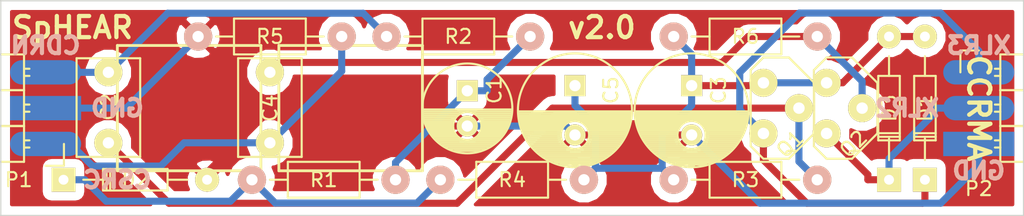
<source format=kicad_pcb>
(kicad_pcb (version 4) (host pcbnew 4.0.4-1.fc24-product)

  (general
    (links 30)
    (no_connects 0)
    (area 157.199999 100.730732 245.390001 116.926978)
    (thickness 1.6)
    (drawings 21)
    (tracks 84)
    (zones 0)
    (modules 18)
    (nets 11)
  )

  (page USLetter)
  (layers
    (0 F.Cu signal hide)
    (31 B.Cu signal)
    (33 F.Adhes user hide)
    (36 B.SilkS user hide)
    (37 F.SilkS user)
    (38 B.Mask user hide)
    (39 F.Mask user hide)
    (40 Dwgs.User user hide)
    (41 Cmts.User user hide)
    (42 Eco1.User user hide)
    (43 Eco2.User user hide)
    (44 Edge.Cuts user)
    (45 Margin user hide)
    (47 F.CrtYd user hide)
    (49 F.Fab user)
  )

  (setup
    (last_trace_width 0.5)
    (user_trace_width 0.5)
    (user_trace_width 0.5)
    (user_trace_width 0.75)
    (trace_clearance 0.4)
    (zone_clearance 0.608)
    (zone_45_only no)
    (trace_min 0.5)
    (segment_width 0.2)
    (edge_width 0.1)
    (via_size 0.6)
    (via_drill 0.4)
    (via_min_size 0.4)
    (via_min_drill 0.3)
    (uvia_size 0.3)
    (uvia_drill 0.1)
    (uvias_allowed no)
    (uvia_min_size 0.2)
    (uvia_min_drill 0.1)
    (pcb_text_width 0.3)
    (pcb_text_size 1.5 1.5)
    (mod_edge_width 0.15)
    (mod_text_size 1 1)
    (mod_text_width 0.15)
    (pad_size 5.032 1.7272)
    (pad_drill 0)
    (pad_to_mask_clearance 0)
    (aux_axis_origin 0 0)
    (grid_origin 207.01 80.01)
    (visible_elements FFFFFF7F)
    (pcbplotparams
      (layerselection 0x01020_80000001)
      (usegerberextensions false)
      (excludeedgelayer true)
      (linewidth 0.100000)
      (plotframeref false)
      (viasonmask false)
      (mode 1)
      (useauxorigin false)
      (hpglpennumber 1)
      (hpglpenspeed 20)
      (hpglpendiameter 15)
      (hpglpenoverlay 2)
      (psnegative false)
      (psa4output false)
      (plotreference true)
      (plotvalue true)
      (plotinvisibletext false)
      (padsonsilk false)
      (subtractmaskfromsilk false)
      (outputformat 1)
      (mirror false)
      (drillshape 0)
      (scaleselection 1)
      (outputdirectory ""))
  )

  (net 0 "")
  (net 1 "Net-(C1-Pad1)")
  (net 2 "Net-(C2-Pad1)")
  (net 3 CDRN)
  (net 4 "Net-(C3-Pad1)")
  (net 5 "Net-(C4-Pad1)")
  (net 6 CSRC)
  (net 7 XLR3)
  (net 8 XLR2)
  (net 9 CGND)
  (net 10 "Net-(D2-Pad1)")

  (net_class Default "This is the default net class."
    (clearance 0.4)
    (trace_width 0.5)
    (via_dia 0.6)
    (via_drill 0.4)
    (uvia_dia 0.3)
    (uvia_drill 0.1)
    (add_net CDRN)
    (add_net CGND)
    (add_net CSRC)
    (add_net "Net-(C1-Pad1)")
    (add_net "Net-(C2-Pad1)")
    (add_net "Net-(C3-Pad1)")
    (add_net "Net-(C4-Pad1)")
    (add_net "Net-(D2-Pad1)")
    (add_net XLR2)
    (add_net XLR3)
  )

  (net_class Medium ""
    (clearance 0.4)
    (trace_width 0.5)
    (via_dia 0.6)
    (via_drill 0.4)
    (uvia_dia 0.3)
    (uvia_drill 0.1)
  )

  (module Pin_Headers:Pin_Header_Angled_1x03 (layer F.Cu) (tedit 5AC52803) (tstamp 57168F16)
    (at 168.275 111.125 180)
    (descr "Through hole pin header")
    (tags "pin header")
    (path /57168EF3)
    (fp_text reference P1 (at 1.905 -2.54 180) (layer F.SilkS)
      (effects (font (size 1 1) (thickness 0.15)))
    )
    (fp_text value CONN_01X03 (at 3.175 -3.175 180) (layer F.Fab) hide
      (effects (font (size 1 1) (thickness 0.15)))
    )
    (fp_line (start -1.5 -1.75) (end -1.5 6.85) (layer F.CrtYd) (width 0.05))
    (fp_line (start 10.65 -1.75) (end 10.65 6.85) (layer F.CrtYd) (width 0.05))
    (fp_line (start -1.5 -1.75) (end 10.65 -1.75) (layer F.CrtYd) (width 0.05))
    (fp_line (start -1.5 6.85) (end 10.65 6.85) (layer F.CrtYd) (width 0.05))
    (fp_line (start -1.3 -1.55) (end -1.3 0) (layer F.SilkS) (width 0.15))
    (fp_line (start 0 -1.55) (end -1.3 -1.55) (layer F.SilkS) (width 0.15))
    (fp_line (start 4.191 -0.127) (end 10.033 -0.127) (layer F.SilkS) (width 0.15))
    (fp_line (start 10.033 -0.127) (end 10.033 0.127) (layer F.SilkS) (width 0.15))
    (fp_line (start 10.033 0.127) (end 4.191 0.127) (layer F.SilkS) (width 0.15))
    (fp_line (start 4.191 0.127) (end 4.191 0) (layer F.SilkS) (width 0.15))
    (fp_line (start 4.191 0) (end 10.033 0) (layer F.SilkS) (width 0.15))
    (fp_line (start 1.524 -0.254) (end 1.143 -0.254) (layer F.SilkS) (width 0.15))
    (fp_line (start 1.524 0.254) (end 1.143 0.254) (layer F.SilkS) (width 0.15))
    (fp_line (start 1.524 2.286) (end 1.143 2.286) (layer F.SilkS) (width 0.15))
    (fp_line (start 1.524 2.794) (end 1.143 2.794) (layer F.SilkS) (width 0.15))
    (fp_line (start 1.524 4.826) (end 1.143 4.826) (layer F.SilkS) (width 0.15))
    (fp_line (start 1.524 5.334) (end 1.143 5.334) (layer F.SilkS) (width 0.15))
    (fp_line (start 4.064 1.27) (end 4.064 -1.27) (layer F.SilkS) (width 0.15))
    (fp_line (start 10.16 0.254) (end 4.064 0.254) (layer F.SilkS) (width 0.15))
    (fp_line (start 10.16 -0.254) (end 10.16 0.254) (layer F.SilkS) (width 0.15))
    (fp_line (start 4.064 -0.254) (end 10.16 -0.254) (layer F.SilkS) (width 0.15))
    (fp_line (start 1.524 1.27) (end 4.064 1.27) (layer F.SilkS) (width 0.15))
    (fp_line (start 1.524 -1.27) (end 1.524 1.27) (layer F.SilkS) (width 0.15))
    (fp_line (start 1.524 -1.27) (end 4.064 -1.27) (layer F.SilkS) (width 0.15))
    (fp_line (start 1.524 3.81) (end 4.064 3.81) (layer F.SilkS) (width 0.15))
    (fp_line (start 1.524 3.81) (end 1.524 6.35) (layer F.SilkS) (width 0.15))
    (fp_line (start 4.064 4.826) (end 10.16 4.826) (layer F.SilkS) (width 0.15))
    (fp_line (start 10.16 4.826) (end 10.16 5.334) (layer F.SilkS) (width 0.15))
    (fp_line (start 10.16 5.334) (end 4.064 5.334) (layer F.SilkS) (width 0.15))
    (fp_line (start 4.064 6.35) (end 4.064 3.81) (layer F.SilkS) (width 0.15))
    (fp_line (start 4.064 3.81) (end 4.064 1.27) (layer F.SilkS) (width 0.15))
    (fp_line (start 10.16 2.794) (end 4.064 2.794) (layer F.SilkS) (width 0.15))
    (fp_line (start 10.16 2.286) (end 10.16 2.794) (layer F.SilkS) (width 0.15))
    (fp_line (start 4.064 2.286) (end 10.16 2.286) (layer F.SilkS) (width 0.15))
    (fp_line (start 1.524 3.81) (end 4.064 3.81) (layer F.SilkS) (width 0.15))
    (fp_line (start 1.524 1.27) (end 1.524 3.81) (layer F.SilkS) (width 0.15))
    (fp_line (start 1.524 1.27) (end 4.064 1.27) (layer F.SilkS) (width 0.15))
    (fp_line (start 1.524 6.35) (end 4.064 6.35) (layer F.SilkS) (width 0.15))
    (pad 1 connect oval (at 0 0 180) (size 5.032 1.7272) (layers B.Cu B.Mask)
      (net 6 CSRC))
    (pad 2 connect rect (at 0 2.54 180) (size 5.032 1.7272) (layers B.Cu B.Mask)
      (net 9 CGND))
    (pad 3 connect oval (at 0 5.08 180) (size 5.032 1.7272) (layers B.Cu B.Mask)
      (net 3 CDRN))
    (model Pin_Headers.3dshapes/Pin_Header_Angled_1x03.wrl
      (at (xyz 0 -0.1 0))
      (scale (xyz 1 1 1))
      (rotate (xyz 0 0 90))
    )
  )

  (module Pin_Headers:Pin_Header_Angled_1x03 (layer F.Cu) (tedit 5AC527D9) (tstamp 57168F1D)
    (at 234.315 106.045)
    (descr "Through hole pin header")
    (tags "pin header")
    (path /57168A6B)
    (fp_text reference P2 (at 0 8.255) (layer F.SilkS)
      (effects (font (size 1 1) (thickness 0.15)))
    )
    (fp_text value CONN_01X03 (at 5.08 7.62) (layer F.Fab) hide
      (effects (font (size 1 1) (thickness 0.15)))
    )
    (fp_line (start -1.5 -1.75) (end -1.5 6.85) (layer F.CrtYd) (width 0.05))
    (fp_line (start 10.65 -1.75) (end 10.65 6.85) (layer F.CrtYd) (width 0.05))
    (fp_line (start -1.5 -1.75) (end 10.65 -1.75) (layer F.CrtYd) (width 0.05))
    (fp_line (start -1.5 6.85) (end 10.65 6.85) (layer F.CrtYd) (width 0.05))
    (fp_line (start -1.3 -1.55) (end -1.3 0) (layer F.SilkS) (width 0.15))
    (fp_line (start 0 -1.55) (end -1.3 -1.55) (layer F.SilkS) (width 0.15))
    (fp_line (start 4.191 -0.127) (end 10.033 -0.127) (layer F.SilkS) (width 0.15))
    (fp_line (start 10.033 -0.127) (end 10.033 0.127) (layer F.SilkS) (width 0.15))
    (fp_line (start 10.033 0.127) (end 4.191 0.127) (layer F.SilkS) (width 0.15))
    (fp_line (start 4.191 0.127) (end 4.191 0) (layer F.SilkS) (width 0.15))
    (fp_line (start 4.191 0) (end 10.033 0) (layer F.SilkS) (width 0.15))
    (fp_line (start 1.524 -0.254) (end 1.143 -0.254) (layer F.SilkS) (width 0.15))
    (fp_line (start 1.524 0.254) (end 1.143 0.254) (layer F.SilkS) (width 0.15))
    (fp_line (start 1.524 2.286) (end 1.143 2.286) (layer F.SilkS) (width 0.15))
    (fp_line (start 1.524 2.794) (end 1.143 2.794) (layer F.SilkS) (width 0.15))
    (fp_line (start 1.524 4.826) (end 1.143 4.826) (layer F.SilkS) (width 0.15))
    (fp_line (start 1.524 5.334) (end 1.143 5.334) (layer F.SilkS) (width 0.15))
    (fp_line (start 4.064 1.27) (end 4.064 -1.27) (layer F.SilkS) (width 0.15))
    (fp_line (start 10.16 0.254) (end 4.064 0.254) (layer F.SilkS) (width 0.15))
    (fp_line (start 10.16 -0.254) (end 10.16 0.254) (layer F.SilkS) (width 0.15))
    (fp_line (start 4.064 -0.254) (end 10.16 -0.254) (layer F.SilkS) (width 0.15))
    (fp_line (start 1.524 1.27) (end 4.064 1.27) (layer F.SilkS) (width 0.15))
    (fp_line (start 1.524 -1.27) (end 1.524 1.27) (layer F.SilkS) (width 0.15))
    (fp_line (start 1.524 -1.27) (end 4.064 -1.27) (layer F.SilkS) (width 0.15))
    (fp_line (start 1.524 3.81) (end 4.064 3.81) (layer F.SilkS) (width 0.15))
    (fp_line (start 1.524 3.81) (end 1.524 6.35) (layer F.SilkS) (width 0.15))
    (fp_line (start 4.064 4.826) (end 10.16 4.826) (layer F.SilkS) (width 0.15))
    (fp_line (start 10.16 4.826) (end 10.16 5.334) (layer F.SilkS) (width 0.15))
    (fp_line (start 10.16 5.334) (end 4.064 5.334) (layer F.SilkS) (width 0.15))
    (fp_line (start 4.064 6.35) (end 4.064 3.81) (layer F.SilkS) (width 0.15))
    (fp_line (start 4.064 3.81) (end 4.064 1.27) (layer F.SilkS) (width 0.15))
    (fp_line (start 10.16 2.794) (end 4.064 2.794) (layer F.SilkS) (width 0.15))
    (fp_line (start 10.16 2.286) (end 10.16 2.794) (layer F.SilkS) (width 0.15))
    (fp_line (start 4.064 2.286) (end 10.16 2.286) (layer F.SilkS) (width 0.15))
    (fp_line (start 1.524 3.81) (end 4.064 3.81) (layer F.SilkS) (width 0.15))
    (fp_line (start 1.524 1.27) (end 1.524 3.81) (layer F.SilkS) (width 0.15))
    (fp_line (start 1.524 1.27) (end 4.064 1.27) (layer F.SilkS) (width 0.15))
    (fp_line (start 1.524 6.35) (end 4.064 6.35) (layer F.SilkS) (width 0.15))
    (pad 1 connect oval (at 0 0) (size 5.032 1.7272) (layers B.Cu B.Mask)
      (net 7 XLR3))
    (pad 2 connect oval (at 0 2.54) (size 5.032 1.7272) (layers B.Cu B.Mask)
      (net 8 XLR2))
    (pad 3 connect rect (at 0 5.08) (size 5.032 1.7272) (layers B.Cu B.Mask)
      (net 9 CGND))
    (model Pin_Headers.3dshapes/Pin_Header_Angled_1x03.wrl
      (at (xyz 0 -0.1 0))
      (scale (xyz 1 1 1))
      (rotate (xyz 0 0 90))
    )
  )

  (module Discret:TO92 (layer F.Cu) (tedit 5AC52315) (tstamp 57167CF5)
    (at 223.546 108.585 225)
    (descr "Transistor TO92 brochage type BC237")
    (tags "TR TO92")
    (path /57166F96)
    (fp_text reference Q2 (at 0.449013 -3.14309 405) (layer F.SilkS)
      (effects (font (size 1 1) (thickness 0.15)))
    )
    (fp_text value BC559 (at -5.016216 2.322139 315) (layer F.Fab) hide
      (effects (font (size 1 1) (thickness 0.15)))
    )
    (fp_line (start -1.27 2.54) (end 2.54 -1.27) (layer F.SilkS) (width 0.15))
    (fp_line (start 2.54 -1.27) (end 2.54 -2.54) (layer F.SilkS) (width 0.15))
    (fp_line (start 2.54 -2.54) (end 1.27 -3.81) (layer F.SilkS) (width 0.15))
    (fp_line (start 1.27 -3.81) (end -1.27 -3.81) (layer F.SilkS) (width 0.15))
    (fp_line (start -1.27 -3.81) (end -3.81 -1.27) (layer F.SilkS) (width 0.15))
    (fp_line (start -3.81 -1.27) (end -3.81 1.27) (layer F.SilkS) (width 0.15))
    (fp_line (start -3.81 1.27) (end -2.54 2.54) (layer F.SilkS) (width 0.15))
    (fp_line (start -2.54 2.54) (end -1.27 2.54) (layer F.SilkS) (width 0.15))
    (pad 3 thru_hole circle (at 1.27 -1.27 225) (size 1.99 1.99) (drill 0.8128) (layers *.Cu *.Mask F.SilkS)
      (net 8 XLR2))
    (pad 2 thru_hole circle (at -1.778 -1.778 225) (size 1.99 1.99) (drill 0.8128) (layers *.Cu *.Mask F.SilkS)
      (net 5 "Net-(C4-Pad1)"))
    (pad 1 thru_hole circle (at -1.27 1.27 225) (size 1.99 1.99) (drill 0.8128) (layers *.Cu *.Mask F.SilkS)
      (net 4 "Net-(C3-Pad1)"))
    (model Discret.3dshapes/TO92.wrl
      (at (xyz 0 0 0))
      (scale (xyz 1 1 1))
      (rotate (xyz 0 0 0))
    )
  )

  (module Discret:TO92 (layer F.Cu) (tedit 5AC522FA) (tstamp 57167CEE)
    (at 219.075 108.585 225)
    (descr "Transistor TO92 brochage type BC237")
    (tags "TR TO92")
    (path /57166EFF)
    (fp_text reference Q1 (at 0.449013 -3.14309 225) (layer F.SilkS)
      (effects (font (size 1 1) (thickness 0.15)))
    )
    (fp_text value BC559 (at 3.964041 -3.964041 225) (layer F.Fab) hide
      (effects (font (size 1 1) (thickness 0.15)))
    )
    (fp_line (start -1.27 2.54) (end 2.54 -1.27) (layer F.SilkS) (width 0.15))
    (fp_line (start 2.54 -1.27) (end 2.54 -2.54) (layer F.SilkS) (width 0.15))
    (fp_line (start 2.54 -2.54) (end 1.27 -3.81) (layer F.SilkS) (width 0.15))
    (fp_line (start 1.27 -3.81) (end -1.27 -3.81) (layer F.SilkS) (width 0.15))
    (fp_line (start -1.27 -3.81) (end -3.81 -1.27) (layer F.SilkS) (width 0.15))
    (fp_line (start -3.81 -1.27) (end -3.81 1.27) (layer F.SilkS) (width 0.15))
    (fp_line (start -3.81 1.27) (end -2.54 2.54) (layer F.SilkS) (width 0.15))
    (fp_line (start -2.54 2.54) (end -1.27 2.54) (layer F.SilkS) (width 0.15))
    (pad 3 thru_hole circle (at 1.27 -1.27 225) (size 1.99 1.99) (drill 0.8128) (layers *.Cu *.Mask F.SilkS)
      (net 7 XLR3))
    (pad 2 thru_hole circle (at -1.778 -1.778 225) (size 1.99 1.99) (drill 0.8128) (layers *.Cu *.Mask F.SilkS)
      (net 2 "Net-(C2-Pad1)"))
    (pad 1 thru_hole circle (at -1.27 1.27 225) (size 1.99 1.99) (drill 0.8128) (layers *.Cu *.Mask F.SilkS)
      (net 4 "Net-(C3-Pad1)"))
    (model Discret.3dshapes/TO92.wrl
      (at (xyz 0 0 0))
      (scale (xyz 1 1 1))
      (rotate (xyz 0 0 0))
    )
  )

  (module Diodes_ThroughHole:Diode_DO-35_SOD27_Horizontal_RM10 (layer F.Cu) (tedit 5AC51C83) (tstamp 57167CE1)
    (at 174.625 113.665 180)
    (descr "Diode, DO-35,  SOD27, Horizontal, RM 10mm")
    (tags "Diode, DO-35, SOD27, Horizontal, RM 10mm, 1N4148,")
    (path /5716796F)
    (fp_text reference D2 (at 0 0 180) (layer F.SilkS)
      (effects (font (size 1 1) (thickness 0.15)))
    )
    (fp_text value 10V (at 7.62 0 180) (layer F.Fab)
      (effects (font (size 1 1) (thickness 0.15)))
    )
    (fp_line (start -2.286 0) (end -3.683 0) (layer F.SilkS) (width 0.15))
    (fp_line (start 2.159 0) (end 3.683 0) (layer F.SilkS) (width 0.15))
    (fp_line (start 1.778 -0.762) (end 1.778 0.762) (layer F.SilkS) (width 0.15))
    (fp_line (start 2.032 -0.762) (end 2.032 0.762) (layer F.SilkS) (width 0.15))
    (fp_line (start 2.286 0) (end 2.286 0.762) (layer F.SilkS) (width 0.15))
    (fp_line (start 2.286 0.762) (end -2.286 0.762) (layer F.SilkS) (width 0.15))
    (fp_line (start -2.286 0.762) (end -2.286 -0.762) (layer F.SilkS) (width 0.15))
    (fp_line (start -2.286 -0.762) (end 2.286 -0.762) (layer F.SilkS) (width 0.15))
    (fp_line (start 2.286 -0.762) (end 2.286 0) (layer F.SilkS) (width 0.15))
    (pad 2 thru_hole circle (at -5.08 0 180) (size 1.69926 1.69926) (drill 0.70104) (layers *.Cu *.Mask F.SilkS)
      (net 9 CGND))
    (pad 1 thru_hole rect (at 5.08 0 180) (size 1.69926 1.69926) (drill 0.70104) (layers *.Cu *.Mask F.SilkS)
      (net 10 "Net-(D2-Pad1)"))
    (model Diodes_ThroughHole.3dshapes/Diode_DO-35_SOD27_Horizontal_RM10.wrl
      (at (xyz 0 0 0))
      (scale (xyz 0.4 0.4 0.4))
      (rotate (xyz 0 0 0))
    )
  )

  (module Diodes_ThroughHole:Diode_DO-35_SOD27_Horizontal_RM10 (layer F.Cu) (tedit 5AC51C67) (tstamp 57167CE7)
    (at 227.965 108.585 270)
    (descr "Diode, DO-35,  SOD27, Horizontal, RM 10mm")
    (tags "Diode, DO-35, SOD27, Horizontal, RM 10mm, 1N4148,")
    (path /571673BC)
    (fp_text reference D3 (at 0 0 270) (layer F.SilkS)
      (effects (font (size 1 1) (thickness 0.15)))
    )
    (fp_text value 6.2V (at 5.715 -1.905 270) (layer F.Fab)
      (effects (font (size 1 1) (thickness 0.15)))
    )
    (fp_line (start -2.286 0) (end -3.683 0) (layer F.SilkS) (width 0.15))
    (fp_line (start 2.159 0) (end 3.683 0) (layer F.SilkS) (width 0.15))
    (fp_line (start 1.778 -0.762) (end 1.778 0.762) (layer F.SilkS) (width 0.15))
    (fp_line (start 2.032 -0.762) (end 2.032 0.762) (layer F.SilkS) (width 0.15))
    (fp_line (start 2.286 0) (end 2.286 0.762) (layer F.SilkS) (width 0.15))
    (fp_line (start 2.286 0.762) (end -2.286 0.762) (layer F.SilkS) (width 0.15))
    (fp_line (start -2.286 0.762) (end -2.286 -0.762) (layer F.SilkS) (width 0.15))
    (fp_line (start -2.286 -0.762) (end 2.286 -0.762) (layer F.SilkS) (width 0.15))
    (fp_line (start 2.286 -0.762) (end 2.286 0) (layer F.SilkS) (width 0.15))
    (pad 2 thru_hole circle (at -5.08 0 270) (size 1.69926 1.69926) (drill 0.70104) (layers *.Cu *.Mask F.SilkS)
      (net 4 "Net-(C3-Pad1)"))
    (pad 1 thru_hole rect (at 5.08 0 270) (size 1.69926 1.69926) (drill 0.70104) (layers *.Cu *.Mask F.SilkS)
      (net 8 XLR2))
    (model Diodes_ThroughHole.3dshapes/Diode_DO-35_SOD27_Horizontal_RM10.wrl
      (at (xyz 0 0 0))
      (scale (xyz 0.4 0.4 0.4))
      (rotate (xyz 0 0 0))
    )
  )

  (module Diodes_ThroughHole:Diode_DO-35_SOD27_Horizontal_RM10 (layer F.Cu) (tedit 5AC51C45) (tstamp 57167CDB)
    (at 230.505 108.585 270)
    (descr "Diode, DO-35,  SOD27, Horizontal, RM 10mm")
    (tags "Diode, DO-35, SOD27, Horizontal, RM 10mm, 1N4148,")
    (path /5716709C)
    (fp_text reference D1 (at 0 0 270) (layer F.SilkS)
      (effects (font (size 1 1) (thickness 0.15)))
    )
    (fp_text value 6.2V (at 5.715 1.905 270) (layer F.Fab)
      (effects (font (size 1 1) (thickness 0.15)))
    )
    (fp_line (start -2.286 0) (end -3.683 0) (layer F.SilkS) (width 0.15))
    (fp_line (start 2.159 0) (end 3.683 0) (layer F.SilkS) (width 0.15))
    (fp_line (start 1.778 -0.762) (end 1.778 0.762) (layer F.SilkS) (width 0.15))
    (fp_line (start 2.032 -0.762) (end 2.032 0.762) (layer F.SilkS) (width 0.15))
    (fp_line (start 2.286 0) (end 2.286 0.762) (layer F.SilkS) (width 0.15))
    (fp_line (start 2.286 0.762) (end -2.286 0.762) (layer F.SilkS) (width 0.15))
    (fp_line (start -2.286 0.762) (end -2.286 -0.762) (layer F.SilkS) (width 0.15))
    (fp_line (start -2.286 -0.762) (end 2.286 -0.762) (layer F.SilkS) (width 0.15))
    (fp_line (start 2.286 -0.762) (end 2.286 0) (layer F.SilkS) (width 0.15))
    (pad 2 thru_hole circle (at -5.08 0 270) (size 1.69926 1.69926) (drill 0.70104) (layers *.Cu *.Mask F.SilkS)
      (net 4 "Net-(C3-Pad1)"))
    (pad 1 thru_hole rect (at 5.08 0 270) (size 1.69926 1.69926) (drill 0.70104) (layers *.Cu *.Mask F.SilkS)
      (net 7 XLR3))
    (model Diodes_ThroughHole.3dshapes/Diode_DO-35_SOD27_Horizontal_RM10.wrl
      (at (xyz 0 0 0))
      (scale (xyz 0.4 0.4 0.4))
      (rotate (xyz 0 0 0))
    )
  )

  (module Capacitors_ThroughHole:C_Radial_D8_L11.5_P3.5 (layer F.Cu) (tedit 5AC55056) (tstamp 57167CCF)
    (at 213.995 106.99 270)
    (descr "Radial Electrolytic Capacitor Diameter 8mm x Length 11.5mm, Pitch 3.5mm")
    (tags "Electrolytic Capacitor")
    (path /57167515)
    (fp_text reference C3 (at 0.325 -1.905 270) (layer F.SilkS)
      (effects (font (size 1 1) (thickness 0.15)))
    )
    (fp_text value 33uF (at 0.96 1.905 270) (layer F.Fab)
      (effects (font (size 1 1) (thickness 0.15)))
    )
    (fp_line (start 1.825 -3.999) (end 1.825 3.999) (layer F.SilkS) (width 0.15))
    (fp_line (start 1.965 -3.994) (end 1.965 3.994) (layer F.SilkS) (width 0.15))
    (fp_line (start 2.105 -3.984) (end 2.105 3.984) (layer F.SilkS) (width 0.15))
    (fp_line (start 2.245 -3.969) (end 2.245 3.969) (layer F.SilkS) (width 0.15))
    (fp_line (start 2.385 -3.949) (end 2.385 3.949) (layer F.SilkS) (width 0.15))
    (fp_line (start 2.525 -3.924) (end 2.525 -0.222) (layer F.SilkS) (width 0.15))
    (fp_line (start 2.525 0.222) (end 2.525 3.924) (layer F.SilkS) (width 0.15))
    (fp_line (start 2.665 -3.894) (end 2.665 -0.55) (layer F.SilkS) (width 0.15))
    (fp_line (start 2.665 0.55) (end 2.665 3.894) (layer F.SilkS) (width 0.15))
    (fp_line (start 2.805 -3.858) (end 2.805 -0.719) (layer F.SilkS) (width 0.15))
    (fp_line (start 2.805 0.719) (end 2.805 3.858) (layer F.SilkS) (width 0.15))
    (fp_line (start 2.945 -3.817) (end 2.945 -0.832) (layer F.SilkS) (width 0.15))
    (fp_line (start 2.945 0.832) (end 2.945 3.817) (layer F.SilkS) (width 0.15))
    (fp_line (start 3.085 -3.771) (end 3.085 -0.91) (layer F.SilkS) (width 0.15))
    (fp_line (start 3.085 0.91) (end 3.085 3.771) (layer F.SilkS) (width 0.15))
    (fp_line (start 3.225 -3.718) (end 3.225 -0.961) (layer F.SilkS) (width 0.15))
    (fp_line (start 3.225 0.961) (end 3.225 3.718) (layer F.SilkS) (width 0.15))
    (fp_line (start 3.365 -3.659) (end 3.365 -0.991) (layer F.SilkS) (width 0.15))
    (fp_line (start 3.365 0.991) (end 3.365 3.659) (layer F.SilkS) (width 0.15))
    (fp_line (start 3.505 -3.594) (end 3.505 -1) (layer F.SilkS) (width 0.15))
    (fp_line (start 3.505 1) (end 3.505 3.594) (layer F.SilkS) (width 0.15))
    (fp_line (start 3.645 -3.523) (end 3.645 -0.989) (layer F.SilkS) (width 0.15))
    (fp_line (start 3.645 0.989) (end 3.645 3.523) (layer F.SilkS) (width 0.15))
    (fp_line (start 3.785 -3.444) (end 3.785 -0.959) (layer F.SilkS) (width 0.15))
    (fp_line (start 3.785 0.959) (end 3.785 3.444) (layer F.SilkS) (width 0.15))
    (fp_line (start 3.925 -3.357) (end 3.925 -0.905) (layer F.SilkS) (width 0.15))
    (fp_line (start 3.925 0.905) (end 3.925 3.357) (layer F.SilkS) (width 0.15))
    (fp_line (start 4.065 -3.262) (end 4.065 -0.825) (layer F.SilkS) (width 0.15))
    (fp_line (start 4.065 0.825) (end 4.065 3.262) (layer F.SilkS) (width 0.15))
    (fp_line (start 4.205 -3.158) (end 4.205 -0.709) (layer F.SilkS) (width 0.15))
    (fp_line (start 4.205 0.709) (end 4.205 3.158) (layer F.SilkS) (width 0.15))
    (fp_line (start 4.345 -3.044) (end 4.345 -0.535) (layer F.SilkS) (width 0.15))
    (fp_line (start 4.345 0.535) (end 4.345 3.044) (layer F.SilkS) (width 0.15))
    (fp_line (start 4.485 -2.919) (end 4.485 -0.173) (layer F.SilkS) (width 0.15))
    (fp_line (start 4.485 0.173) (end 4.485 2.919) (layer F.SilkS) (width 0.15))
    (fp_line (start 4.625 -2.781) (end 4.625 2.781) (layer F.SilkS) (width 0.15))
    (fp_line (start 4.765 -2.629) (end 4.765 2.629) (layer F.SilkS) (width 0.15))
    (fp_line (start 4.905 -2.459) (end 4.905 2.459) (layer F.SilkS) (width 0.15))
    (fp_line (start 5.045 -2.268) (end 5.045 2.268) (layer F.SilkS) (width 0.15))
    (fp_line (start 5.185 -2.05) (end 5.185 2.05) (layer F.SilkS) (width 0.15))
    (fp_line (start 5.325 -1.794) (end 5.325 1.794) (layer F.SilkS) (width 0.15))
    (fp_line (start 5.465 -1.483) (end 5.465 1.483) (layer F.SilkS) (width 0.15))
    (fp_line (start 5.605 -1.067) (end 5.605 1.067) (layer F.SilkS) (width 0.15))
    (fp_line (start 5.745 -0.2) (end 5.745 0.2) (layer F.SilkS) (width 0.15))
    (fp_circle (center 3.5 0) (end 3.5 -1) (layer F.SilkS) (width 0.15))
    (fp_circle (center 1.75 0) (end 1.75 -4.0375) (layer F.SilkS) (width 0.15))
    (fp_circle (center 1.75 0) (end 1.75 -4.3) (layer F.CrtYd) (width 0.05))
    (pad 2 thru_hole circle (at 3.5 0 270) (size 1.5 1.5) (drill 0.8) (layers *.Cu *.Mask F.SilkS)
      (net 9 CGND))
    (pad 1 thru_hole rect (at 0 0 270) (size 1.5 1.5) (drill 0.8) (layers *.Cu *.Mask F.SilkS)
      (net 4 "Net-(C3-Pad1)"))
    (model Capacitors_ThroughHole.3dshapes/C_Radial_D8_L11.5_P3.5.wrl
      (at (xyz 0 0 0))
      (scale (xyz 1 1 1))
      (rotate (xyz 0 0 0))
    )
  )

  (module Capacitors_ThroughHole:C_Radial_D8_L11.5_P3.5 (layer F.Cu) (tedit 5AC5504A) (tstamp 5AC3761F)
    (at 205.74 106.99 270)
    (descr "Radial Electrolytic Capacitor Diameter 8mm x Length 11.5mm, Pitch 3.5mm")
    (tags "Electrolytic Capacitor")
    (path /5AC19F11)
    (fp_text reference C5 (at 0.325 -2.54 270) (layer F.SilkS)
      (effects (font (size 1 1) (thickness 0.15)))
    )
    (fp_text value 33uF (at 0.96 1.905 270) (layer F.Fab)
      (effects (font (size 1 1) (thickness 0.15)))
    )
    (fp_line (start 1.825 -3.999) (end 1.825 3.999) (layer F.SilkS) (width 0.15))
    (fp_line (start 1.965 -3.994) (end 1.965 3.994) (layer F.SilkS) (width 0.15))
    (fp_line (start 2.105 -3.984) (end 2.105 3.984) (layer F.SilkS) (width 0.15))
    (fp_line (start 2.245 -3.969) (end 2.245 3.969) (layer F.SilkS) (width 0.15))
    (fp_line (start 2.385 -3.949) (end 2.385 3.949) (layer F.SilkS) (width 0.15))
    (fp_line (start 2.525 -3.924) (end 2.525 -0.222) (layer F.SilkS) (width 0.15))
    (fp_line (start 2.525 0.222) (end 2.525 3.924) (layer F.SilkS) (width 0.15))
    (fp_line (start 2.665 -3.894) (end 2.665 -0.55) (layer F.SilkS) (width 0.15))
    (fp_line (start 2.665 0.55) (end 2.665 3.894) (layer F.SilkS) (width 0.15))
    (fp_line (start 2.805 -3.858) (end 2.805 -0.719) (layer F.SilkS) (width 0.15))
    (fp_line (start 2.805 0.719) (end 2.805 3.858) (layer F.SilkS) (width 0.15))
    (fp_line (start 2.945 -3.817) (end 2.945 -0.832) (layer F.SilkS) (width 0.15))
    (fp_line (start 2.945 0.832) (end 2.945 3.817) (layer F.SilkS) (width 0.15))
    (fp_line (start 3.085 -3.771) (end 3.085 -0.91) (layer F.SilkS) (width 0.15))
    (fp_line (start 3.085 0.91) (end 3.085 3.771) (layer F.SilkS) (width 0.15))
    (fp_line (start 3.225 -3.718) (end 3.225 -0.961) (layer F.SilkS) (width 0.15))
    (fp_line (start 3.225 0.961) (end 3.225 3.718) (layer F.SilkS) (width 0.15))
    (fp_line (start 3.365 -3.659) (end 3.365 -0.991) (layer F.SilkS) (width 0.15))
    (fp_line (start 3.365 0.991) (end 3.365 3.659) (layer F.SilkS) (width 0.15))
    (fp_line (start 3.505 -3.594) (end 3.505 -1) (layer F.SilkS) (width 0.15))
    (fp_line (start 3.505 1) (end 3.505 3.594) (layer F.SilkS) (width 0.15))
    (fp_line (start 3.645 -3.523) (end 3.645 -0.989) (layer F.SilkS) (width 0.15))
    (fp_line (start 3.645 0.989) (end 3.645 3.523) (layer F.SilkS) (width 0.15))
    (fp_line (start 3.785 -3.444) (end 3.785 -0.959) (layer F.SilkS) (width 0.15))
    (fp_line (start 3.785 0.959) (end 3.785 3.444) (layer F.SilkS) (width 0.15))
    (fp_line (start 3.925 -3.357) (end 3.925 -0.905) (layer F.SilkS) (width 0.15))
    (fp_line (start 3.925 0.905) (end 3.925 3.357) (layer F.SilkS) (width 0.15))
    (fp_line (start 4.065 -3.262) (end 4.065 -0.825) (layer F.SilkS) (width 0.15))
    (fp_line (start 4.065 0.825) (end 4.065 3.262) (layer F.SilkS) (width 0.15))
    (fp_line (start 4.205 -3.158) (end 4.205 -0.709) (layer F.SilkS) (width 0.15))
    (fp_line (start 4.205 0.709) (end 4.205 3.158) (layer F.SilkS) (width 0.15))
    (fp_line (start 4.345 -3.044) (end 4.345 -0.535) (layer F.SilkS) (width 0.15))
    (fp_line (start 4.345 0.535) (end 4.345 3.044) (layer F.SilkS) (width 0.15))
    (fp_line (start 4.485 -2.919) (end 4.485 -0.173) (layer F.SilkS) (width 0.15))
    (fp_line (start 4.485 0.173) (end 4.485 2.919) (layer F.SilkS) (width 0.15))
    (fp_line (start 4.625 -2.781) (end 4.625 2.781) (layer F.SilkS) (width 0.15))
    (fp_line (start 4.765 -2.629) (end 4.765 2.629) (layer F.SilkS) (width 0.15))
    (fp_line (start 4.905 -2.459) (end 4.905 2.459) (layer F.SilkS) (width 0.15))
    (fp_line (start 5.045 -2.268) (end 5.045 2.268) (layer F.SilkS) (width 0.15))
    (fp_line (start 5.185 -2.05) (end 5.185 2.05) (layer F.SilkS) (width 0.15))
    (fp_line (start 5.325 -1.794) (end 5.325 1.794) (layer F.SilkS) (width 0.15))
    (fp_line (start 5.465 -1.483) (end 5.465 1.483) (layer F.SilkS) (width 0.15))
    (fp_line (start 5.605 -1.067) (end 5.605 1.067) (layer F.SilkS) (width 0.15))
    (fp_line (start 5.745 -0.2) (end 5.745 0.2) (layer F.SilkS) (width 0.15))
    (fp_circle (center 3.5 0) (end 3.5 -1) (layer F.SilkS) (width 0.15))
    (fp_circle (center 1.75 0) (end 1.75 -4.0375) (layer F.SilkS) (width 0.15))
    (fp_circle (center 1.75 0) (end 1.75 -4.3) (layer F.CrtYd) (width 0.05))
    (pad 2 thru_hole circle (at 3.5 0 270) (size 1.5 1.5) (drill 0.8) (layers *.Cu *.Mask F.SilkS)
      (net 9 CGND))
    (pad 1 thru_hole rect (at 0 0 270) (size 1.5 1.5) (drill 0.8) (layers *.Cu *.Mask F.SilkS)
      (net 4 "Net-(C3-Pad1)"))
    (model Capacitors_ThroughHole.3dshapes/C_Radial_D8_L11.5_P3.5.wrl
      (at (xyz 0 0 0))
      (scale (xyz 1 1 1))
      (rotate (xyz 0 0 0))
    )
  )

  (module Capacitors_ThroughHole:C_Radial_D6.3_L11.2_P2.5 (layer F.Cu) (tedit 5AC3D3ED) (tstamp 57167CC3)
    (at 198.12 107.355 270)
    (descr "Radial Electrolytic Capacitor, Diameter 6.3mm x Length 11.2mm, Pitch 2.5mm")
    (tags "Electrolytic Capacitor")
    (path /5716818E)
    (fp_text reference C1 (at -0.04 -1.905 270) (layer F.SilkS)
      (effects (font (size 1 1) (thickness 0.15)))
    )
    (fp_text value 47uF (at 1.23 1.905 270) (layer F.Fab)
      (effects (font (size 1 1) (thickness 0.15)))
    )
    (fp_line (start 1.325 -3.149) (end 1.325 3.149) (layer F.SilkS) (width 0.15))
    (fp_line (start 1.465 -3.143) (end 1.465 3.143) (layer F.SilkS) (width 0.15))
    (fp_line (start 1.605 -3.13) (end 1.605 -0.446) (layer F.SilkS) (width 0.15))
    (fp_line (start 1.605 0.446) (end 1.605 3.13) (layer F.SilkS) (width 0.15))
    (fp_line (start 1.745 -3.111) (end 1.745 -0.656) (layer F.SilkS) (width 0.15))
    (fp_line (start 1.745 0.656) (end 1.745 3.111) (layer F.SilkS) (width 0.15))
    (fp_line (start 1.885 -3.085) (end 1.885 -0.789) (layer F.SilkS) (width 0.15))
    (fp_line (start 1.885 0.789) (end 1.885 3.085) (layer F.SilkS) (width 0.15))
    (fp_line (start 2.025 -3.053) (end 2.025 -0.88) (layer F.SilkS) (width 0.15))
    (fp_line (start 2.025 0.88) (end 2.025 3.053) (layer F.SilkS) (width 0.15))
    (fp_line (start 2.165 -3.014) (end 2.165 -0.942) (layer F.SilkS) (width 0.15))
    (fp_line (start 2.165 0.942) (end 2.165 3.014) (layer F.SilkS) (width 0.15))
    (fp_line (start 2.305 -2.968) (end 2.305 -0.981) (layer F.SilkS) (width 0.15))
    (fp_line (start 2.305 0.981) (end 2.305 2.968) (layer F.SilkS) (width 0.15))
    (fp_line (start 2.445 -2.915) (end 2.445 -0.998) (layer F.SilkS) (width 0.15))
    (fp_line (start 2.445 0.998) (end 2.445 2.915) (layer F.SilkS) (width 0.15))
    (fp_line (start 2.585 -2.853) (end 2.585 -0.996) (layer F.SilkS) (width 0.15))
    (fp_line (start 2.585 0.996) (end 2.585 2.853) (layer F.SilkS) (width 0.15))
    (fp_line (start 2.725 -2.783) (end 2.725 -0.974) (layer F.SilkS) (width 0.15))
    (fp_line (start 2.725 0.974) (end 2.725 2.783) (layer F.SilkS) (width 0.15))
    (fp_line (start 2.865 -2.704) (end 2.865 -0.931) (layer F.SilkS) (width 0.15))
    (fp_line (start 2.865 0.931) (end 2.865 2.704) (layer F.SilkS) (width 0.15))
    (fp_line (start 3.005 -2.616) (end 3.005 -0.863) (layer F.SilkS) (width 0.15))
    (fp_line (start 3.005 0.863) (end 3.005 2.616) (layer F.SilkS) (width 0.15))
    (fp_line (start 3.145 -2.516) (end 3.145 -0.764) (layer F.SilkS) (width 0.15))
    (fp_line (start 3.145 0.764) (end 3.145 2.516) (layer F.SilkS) (width 0.15))
    (fp_line (start 3.285 -2.404) (end 3.285 -0.619) (layer F.SilkS) (width 0.15))
    (fp_line (start 3.285 0.619) (end 3.285 2.404) (layer F.SilkS) (width 0.15))
    (fp_line (start 3.425 -2.279) (end 3.425 -0.38) (layer F.SilkS) (width 0.15))
    (fp_line (start 3.425 0.38) (end 3.425 2.279) (layer F.SilkS) (width 0.15))
    (fp_line (start 3.565 -2.136) (end 3.565 2.136) (layer F.SilkS) (width 0.15))
    (fp_line (start 3.705 -1.974) (end 3.705 1.974) (layer F.SilkS) (width 0.15))
    (fp_line (start 3.845 -1.786) (end 3.845 1.786) (layer F.SilkS) (width 0.15))
    (fp_line (start 3.985 -1.563) (end 3.985 1.563) (layer F.SilkS) (width 0.15))
    (fp_line (start 4.125 -1.287) (end 4.125 1.287) (layer F.SilkS) (width 0.15))
    (fp_line (start 4.265 -0.912) (end 4.265 0.912) (layer F.SilkS) (width 0.15))
    (fp_circle (center 2.5 0) (end 2.5 -1) (layer F.SilkS) (width 0.15))
    (fp_circle (center 1.25 0) (end 1.25 -3.1875) (layer F.SilkS) (width 0.15))
    (fp_circle (center 1.25 0) (end 1.25 -3.4) (layer F.CrtYd) (width 0.05))
    (pad 2 thru_hole circle (at 2.5 0 270) (size 1.5 1.5) (drill 0.8) (layers *.Cu *.Mask F.SilkS)
      (net 9 CGND))
    (pad 1 thru_hole rect (at 0 0 270) (size 1.5 1.5) (drill 0.8) (layers *.Cu *.Mask F.SilkS)
      (net 1 "Net-(C1-Pad1)"))
    (model Capacitors_ThroughHole.3dshapes/C_Radial_D6.3_L11.2_P2.5.wrl
      (at (xyz 0 0 0))
      (scale (xyz 1 1 1))
      (rotate (xyz 0 0 0))
    )
  )

  (module Capacitors_ThroughHole:C_Rect_L7_W4.5_P5 (layer F.Cu) (tedit 58221B5A) (tstamp 57167CC9)
    (at 172.72 111.045 90)
    (descr "Film Capacitor Length 7mm x Width 4.5mm, Pitch 5mm")
    (tags Capacitor)
    (path /5716776E)
    (fp_text reference C2 (at 2.54 0 90) (layer F.SilkS)
      (effects (font (size 1 1) (thickness 0.15)))
    )
    (fp_text value 100nF (at 2.5 3.175 90) (layer F.Fab)
      (effects (font (size 1 1) (thickness 0.15)))
    )
    (fp_line (start -1.25 -2.5) (end 6.25 -2.5) (layer F.CrtYd) (width 0.05))
    (fp_line (start 6.25 -2.5) (end 6.25 2.5) (layer F.CrtYd) (width 0.05))
    (fp_line (start 6.25 2.5) (end -1.25 2.5) (layer F.CrtYd) (width 0.05))
    (fp_line (start -1.25 2.5) (end -1.25 -2.5) (layer F.CrtYd) (width 0.05))
    (fp_line (start -1 -2.25) (end 6 -2.25) (layer F.SilkS) (width 0.15))
    (fp_line (start 6 -2.25) (end 6 2.25) (layer F.SilkS) (width 0.15))
    (fp_line (start 6 2.25) (end -1 2.25) (layer F.SilkS) (width 0.15))
    (fp_line (start -1 2.25) (end -1 -2.25) (layer F.SilkS) (width 0.15))
    (pad 1 thru_hole circle (at 0 0 90) (size 1.99 1.99) (drill 0.8) (layers *.Cu *.Mask F.SilkS)
      (net 2 "Net-(C2-Pad1)"))
    (pad 2 thru_hole circle (at 5 0 90) (size 1.99 1.99) (drill 0.8) (layers *.Cu *.Mask F.SilkS)
      (net 3 CDRN))
    (model Capacitors_ThroughHole.3dshapes/C_Rect_L7_W4.5_P5.wrl
      (at (xyz 0.098425 0 0))
      (scale (xyz 1 1 1))
      (rotate (xyz 0 0 0))
    )
  )

  (module Resistors_ThroughHole:Resistor_Horizontal_RM10mm (layer F.Cu) (tedit 57BCDD2B) (tstamp 57167D19)
    (at 217.805 103.505)
    (descr "Resistor, Axial,  RM 10mm, 1/3W,")
    (tags "Resistor, Axial, RM 10mm, 1/3W,")
    (path /570D7D4E)
    (fp_text reference R6 (at 0 0) (layer F.SilkS)
      (effects (font (size 1 1) (thickness 0.15)))
    )
    (fp_text value 150K (at 5.08 -1.27) (layer F.Fab)
      (effects (font (size 1 1) (thickness 0.15)))
    )
    (fp_line (start -2.54 -1.27) (end 2.54 -1.27) (layer F.SilkS) (width 0.15))
    (fp_line (start 2.54 -1.27) (end 2.54 1.27) (layer F.SilkS) (width 0.15))
    (fp_line (start 2.54 1.27) (end -2.54 1.27) (layer F.SilkS) (width 0.15))
    (fp_line (start -2.54 1.27) (end -2.54 -1.27) (layer F.SilkS) (width 0.15))
    (fp_line (start -2.54 0) (end -3.81 0) (layer F.SilkS) (width 0.15))
    (fp_line (start 2.54 0) (end 3.81 0) (layer F.SilkS) (width 0.15))
    (pad 1 thru_hole circle (at -5.08 0) (size 1.99898 1.99898) (drill 0.8) (layers *.Cu *.SilkS *.Mask)
      (net 4 "Net-(C3-Pad1)"))
    (pad 2 thru_hole circle (at 5.08 0) (size 1.99898 1.99898) (drill 0.8) (layers *.Cu *.SilkS *.Mask)
      (net 5 "Net-(C4-Pad1)"))
    (model Resistors_ThroughHole.3dshapes/Resistor_Horizontal_RM10mm.wrl
      (at (xyz 0 0 0))
      (scale (xyz 0.4 0.4 0.4))
      (rotate (xyz 0 0 0))
    )
  )

  (module Resistors_ThroughHole:Resistor_Horizontal_RM10mm (layer F.Cu) (tedit 57BCDD0A) (tstamp 57167D07)
    (at 217.805 113.665 180)
    (descr "Resistor, Axial,  RM 10mm, 1/3W,")
    (tags "Resistor, Axial, RM 10mm, 1/3W,")
    (path /570D7DC6)
    (fp_text reference R3 (at 0 0 180) (layer F.SilkS)
      (effects (font (size 1 1) (thickness 0.15)))
    )
    (fp_text value 150K (at -5.08 -1.27 180) (layer F.Fab)
      (effects (font (size 1 1) (thickness 0.15)))
    )
    (fp_line (start -2.54 -1.27) (end 2.54 -1.27) (layer F.SilkS) (width 0.15))
    (fp_line (start 2.54 -1.27) (end 2.54 1.27) (layer F.SilkS) (width 0.15))
    (fp_line (start 2.54 1.27) (end -2.54 1.27) (layer F.SilkS) (width 0.15))
    (fp_line (start -2.54 1.27) (end -2.54 -1.27) (layer F.SilkS) (width 0.15))
    (fp_line (start -2.54 0) (end -3.81 0) (layer F.SilkS) (width 0.15))
    (fp_line (start 2.54 0) (end 3.81 0) (layer F.SilkS) (width 0.15))
    (pad 1 thru_hole circle (at -5.08 0 180) (size 1.99898 1.99898) (drill 0.8) (layers *.Cu *.SilkS *.Mask)
      (net 2 "Net-(C2-Pad1)"))
    (pad 2 thru_hole circle (at 5.08 0 180) (size 1.99898 1.99898) (drill 0.8) (layers *.Cu *.SilkS *.Mask)
      (net 4 "Net-(C3-Pad1)"))
    (model Resistors_ThroughHole.3dshapes/Resistor_Horizontal_RM10mm.wrl
      (at (xyz 0 0 0))
      (scale (xyz 0.4 0.4 0.4))
      (rotate (xyz 0 0 0))
    )
  )

  (module Resistors_ThroughHole:Resistor_Horizontal_RM10mm (layer F.Cu) (tedit 57BCDD1A) (tstamp 57167D0D)
    (at 201.295 113.665 180)
    (descr "Resistor, Axial,  RM 10mm, 1/3W,")
    (tags "Resistor, Axial, RM 10mm, 1/3W,")
    (path /571678FC)
    (fp_text reference R4 (at 0 0 180) (layer F.SilkS)
      (effects (font (size 1 1) (thickness 0.15)))
    )
    (fp_text value 5.1K (at -5.08 -1.27 180) (layer F.Fab)
      (effects (font (size 1 1) (thickness 0.15)))
    )
    (fp_line (start -2.54 -1.27) (end 2.54 -1.27) (layer F.SilkS) (width 0.15))
    (fp_line (start 2.54 -1.27) (end 2.54 1.27) (layer F.SilkS) (width 0.15))
    (fp_line (start 2.54 1.27) (end -2.54 1.27) (layer F.SilkS) (width 0.15))
    (fp_line (start -2.54 1.27) (end -2.54 -1.27) (layer F.SilkS) (width 0.15))
    (fp_line (start -2.54 0) (end -3.81 0) (layer F.SilkS) (width 0.15))
    (fp_line (start 2.54 0) (end 3.81 0) (layer F.SilkS) (width 0.15))
    (pad 1 thru_hole circle (at -5.08 0 180) (size 1.99898 1.99898) (drill 0.8) (layers *.Cu *.SilkS *.Mask)
      (net 4 "Net-(C3-Pad1)"))
    (pad 2 thru_hole circle (at 5.08 0 180) (size 1.99898 1.99898) (drill 0.8) (layers *.Cu *.SilkS *.Mask)
      (net 10 "Net-(D2-Pad1)"))
    (model Resistors_ThroughHole.3dshapes/Resistor_Horizontal_RM10mm.wrl
      (at (xyz 0 0 0))
      (scale (xyz 0.4 0.4 0.4))
      (rotate (xyz 0 0 0))
    )
  )

  (module Capacitors_ThroughHole:C_Rect_L7_W4.5_P5 (layer F.Cu) (tedit 58221B3A) (tstamp 57167CD5)
    (at 184.15 106.045 270)
    (descr "Film Capacitor Length 7mm x Width 4.5mm, Pitch 5mm")
    (tags Capacitor)
    (path /571677BE)
    (fp_text reference C4 (at 2.54 0 270) (layer F.SilkS)
      (effects (font (size 1 1) (thickness 0.15)))
    )
    (fp_text value 100nF (at 2.46 -3.175 270) (layer F.Fab)
      (effects (font (size 1 1) (thickness 0.15)))
    )
    (fp_line (start -1.25 -2.5) (end 6.25 -2.5) (layer F.CrtYd) (width 0.05))
    (fp_line (start 6.25 -2.5) (end 6.25 2.5) (layer F.CrtYd) (width 0.05))
    (fp_line (start 6.25 2.5) (end -1.25 2.5) (layer F.CrtYd) (width 0.05))
    (fp_line (start -1.25 2.5) (end -1.25 -2.5) (layer F.CrtYd) (width 0.05))
    (fp_line (start -1 -2.25) (end 6 -2.25) (layer F.SilkS) (width 0.15))
    (fp_line (start 6 -2.25) (end 6 2.25) (layer F.SilkS) (width 0.15))
    (fp_line (start 6 2.25) (end -1 2.25) (layer F.SilkS) (width 0.15))
    (fp_line (start -1 2.25) (end -1 -2.25) (layer F.SilkS) (width 0.15))
    (pad 1 thru_hole circle (at 0 0 270) (size 1.99 1.99) (drill 0.8) (layers *.Cu *.Mask F.SilkS)
      (net 5 "Net-(C4-Pad1)"))
    (pad 2 thru_hole circle (at 5 0 270) (size 1.99 1.99) (drill 0.8) (layers *.Cu *.Mask F.SilkS)
      (net 6 CSRC))
    (model Capacitors_ThroughHole.3dshapes/C_Rect_L7_W4.5_P5.wrl
      (at (xyz 0.098425 0 0))
      (scale (xyz 1 1 1))
      (rotate (xyz 0 0 0))
    )
  )

  (module Resistors_ThroughHole:Resistor_Horizontal_RM10mm (layer F.Cu) (tedit 5A7356EF) (tstamp 57167D13)
    (at 184.15 103.505 180)
    (descr "Resistor, Axial,  RM 10mm, 1/3W,")
    (tags "Resistor, Axial, RM 10mm, 1/3W,")
    (path /57167AE5)
    (fp_text reference R5 (at 0 0 180) (layer F.SilkS)
      (effects (font (size 1 1) (thickness 0.15)))
    )
    (fp_text value 2.21K (at -5.08 -1.27 180) (layer F.Fab)
      (effects (font (size 1 1) (thickness 0.15)))
    )
    (fp_line (start -2.54 -1.27) (end 2.54 -1.27) (layer F.SilkS) (width 0.15))
    (fp_line (start 2.54 -1.27) (end 2.54 1.27) (layer F.SilkS) (width 0.15))
    (fp_line (start 2.54 1.27) (end -2.54 1.27) (layer F.SilkS) (width 0.15))
    (fp_line (start -2.54 1.27) (end -2.54 -1.27) (layer F.SilkS) (width 0.15))
    (fp_line (start -2.54 0) (end -3.81 0) (layer F.SilkS) (width 0.15))
    (fp_line (start 2.54 0) (end 3.81 0) (layer F.SilkS) (width 0.15))
    (pad 1 thru_hole circle (at -5.08 0 180) (size 1.99898 1.99898) (drill 0.8) (layers *.Cu *.SilkS *.Mask)
      (net 6 CSRC))
    (pad 2 thru_hole circle (at 5.08 0 180) (size 1.99898 1.99898) (drill 0.8) (layers *.Cu *.SilkS *.Mask)
      (net 9 CGND))
    (model Resistors_ThroughHole.3dshapes/Resistor_Horizontal_RM10mm.wrl
      (at (xyz 0 0 0))
      (scale (xyz 0.4 0.4 0.4))
      (rotate (xyz 0 0 0))
    )
  )

  (module Resistors_ThroughHole:Resistor_Horizontal_RM10mm (layer F.Cu) (tedit 57BCDCCC) (tstamp 57167CFB)
    (at 187.96 113.665)
    (descr "Resistor, Axial,  RM 10mm, 1/3W,")
    (tags "Resistor, Axial, RM 10mm, 1/3W,")
    (path /57168127)
    (fp_text reference R1 (at 0 0 180) (layer F.SilkS)
      (effects (font (size 1 1) (thickness 0.15)))
    )
    (fp_text value 470 (at -7.62 -0.635) (layer F.Fab)
      (effects (font (size 1 1) (thickness 0.15)))
    )
    (fp_line (start -2.54 -1.27) (end 2.54 -1.27) (layer F.SilkS) (width 0.15))
    (fp_line (start 2.54 -1.27) (end 2.54 1.27) (layer F.SilkS) (width 0.15))
    (fp_line (start 2.54 1.27) (end -2.54 1.27) (layer F.SilkS) (width 0.15))
    (fp_line (start -2.54 1.27) (end -2.54 -1.27) (layer F.SilkS) (width 0.15))
    (fp_line (start -2.54 0) (end -3.81 0) (layer F.SilkS) (width 0.15))
    (fp_line (start 2.54 0) (end 3.81 0) (layer F.SilkS) (width 0.15))
    (pad 1 thru_hole circle (at -5.08 0) (size 1.99898 1.99898) (drill 0.8) (layers *.Cu *.SilkS *.Mask)
      (net 10 "Net-(D2-Pad1)"))
    (pad 2 thru_hole circle (at 5.08 0) (size 1.99898 1.99898) (drill 0.8) (layers *.Cu *.SilkS *.Mask)
      (net 1 "Net-(C1-Pad1)"))
    (model Resistors_ThroughHole.3dshapes/Resistor_Horizontal_RM10mm.wrl
      (at (xyz 0 0 0))
      (scale (xyz 0.4 0.4 0.4))
      (rotate (xyz 0 0 0))
    )
  )

  (module Resistors_ThroughHole:Resistor_Horizontal_RM10mm (layer F.Cu) (tedit 5A7356D3) (tstamp 57167D01)
    (at 197.485 103.505 180)
    (descr "Resistor, Axial,  RM 10mm, 1/3W,")
    (tags "Resistor, Axial, RM 10mm, 1/3W,")
    (path /571680A3)
    (fp_text reference R2 (at 0 0 180) (layer F.SilkS)
      (effects (font (size 1 1) (thickness 0.15)))
    )
    (fp_text value 2.21K (at -5.08 1.27 180) (layer F.Fab)
      (effects (font (size 1 1) (thickness 0.15)))
    )
    (fp_line (start -2.54 -1.27) (end 2.54 -1.27) (layer F.SilkS) (width 0.15))
    (fp_line (start 2.54 -1.27) (end 2.54 1.27) (layer F.SilkS) (width 0.15))
    (fp_line (start 2.54 1.27) (end -2.54 1.27) (layer F.SilkS) (width 0.15))
    (fp_line (start -2.54 1.27) (end -2.54 -1.27) (layer F.SilkS) (width 0.15))
    (fp_line (start -2.54 0) (end -3.81 0) (layer F.SilkS) (width 0.15))
    (fp_line (start 2.54 0) (end 3.81 0) (layer F.SilkS) (width 0.15))
    (pad 1 thru_hole circle (at -5.08 0 180) (size 1.99898 1.99898) (drill 0.8) (layers *.Cu *.SilkS *.Mask)
      (net 1 "Net-(C1-Pad1)"))
    (pad 2 thru_hole circle (at 5.08 0 180) (size 1.99898 1.99898) (drill 0.8) (layers *.Cu *.SilkS *.Mask)
      (net 3 CDRN))
    (model Resistors_ThroughHole.3dshapes/Resistor_Horizontal_RM10mm.wrl
      (at (xyz 0 0 0))
      (scale (xyz 0.4 0.4 0.4))
      (rotate (xyz 0 0 0))
    )
  )

  (gr_text GND (at 173.355 108.585) (layer B.SilkS)
    (effects (font (size 1.2 1.2) (thickness 0.3)) (justify mirror))
  )
  (gr_text CSRC (at 173.355 113.665) (layer B.SilkS)
    (effects (font (size 1.2 1.2) (thickness 0.3)) (justify mirror))
  )
  (gr_text CDRN (at 168.275 104.14) (layer B.SilkS)
    (effects (font (size 1.2 1.2) (thickness 0.3)) (justify mirror))
  )
  (gr_text GND (at 234.315 113.03) (layer B.SilkS)
    (effects (font (size 1.2 1.2) (thickness 0.3)) (justify mirror))
  )
  (gr_text XLR2 (at 229.235 108.585) (layer B.SilkS)
    (effects (font (size 1.2 1.2) (thickness 0.3)) (justify mirror))
  )
  (gr_text XLR3 (at 234.315 104.14) (layer B.SilkS)
    (effects (font (size 1.2 1.2) (thickness 0.3)) (justify mirror))
  )
  (gr_text CCRMA (at 234.315 108.585 270) (layer F.SilkS)
    (effects (font (size 1.5 1.5) (thickness 0.3)))
  )
  (gr_text v2.0 (at 207.645 102.87) (layer F.SilkS)
    (effects (font (size 1.5 1.5) (thickness 0.3)))
  )
  (gr_text SpHEAR (at 170.18 102.87) (layer F.SilkS)
    (effects (font (size 1.5 1.5) (thickness 0.3)))
  )
  (gr_line (start 173.355 104.14) (end 173.355 113.03) (layer F.SilkS) (width 0.2) (tstamp 5AC3CB7B))
  (gr_line (start 173.355 113.03) (end 183.515 113.03) (layer F.SilkS) (width 0.2) (tstamp 5AC3CB7A))
  (gr_line (start 183.515 113.03) (end 183.515 104.14) (layer F.SilkS) (width 0.2) (tstamp 5AC3CB79))
  (gr_line (start 183.515 104.14) (end 173.355 104.14) (layer F.SilkS) (width 0.2) (tstamp 5AC3CB78))
  (gr_line (start 194.945 113.03) (end 194.945 104.14) (layer F.SilkS) (width 0.2))
  (gr_line (start 184.785 113.03) (end 194.945 113.03) (layer F.SilkS) (width 0.2))
  (gr_line (start 184.785 104.14) (end 184.785 113.03) (layer F.SilkS) (width 0.2))
  (gr_line (start 194.945 104.14) (end 184.785 104.14) (layer F.SilkS) (width 0.2))
  (gr_line (start 165.1 116.205) (end 165.1 100.965) (angle 90) (layer Edge.Cuts) (width 0.1))
  (gr_line (start 237.49 116.205) (end 165.1 116.205) (angle 90) (layer Edge.Cuts) (width 0.1))
  (gr_line (start 237.49 100.965) (end 237.49 116.205) (angle 90) (layer Edge.Cuts) (width 0.1))
  (gr_line (start 165.1 100.965) (end 237.49 100.965) (angle 90) (layer Edge.Cuts) (width 0.1))

  (segment (start 199.5203 106.5497) (end 199.5203 107.355) (width 0.5) (layer B.Cu) (net 1))
  (segment (start 202.565 103.505) (end 199.5203 106.5497) (width 0.5) (layer B.Cu) (net 1))
  (segment (start 198.12 107.355) (end 199.5203 107.355) (width 0.5) (layer B.Cu) (net 1))
  (segment (start 193.04 112.435) (end 198.12 107.355) (width 0.5) (layer B.Cu) (net 1))
  (segment (start 193.04 113.665) (end 193.04 112.435) (width 0.5) (layer B.Cu) (net 1))
  (segment (start 221.5895 112.3695) (end 221.5895 108.585) (width 0.5) (layer B.Cu) (net 2))
  (segment (start 222.885 113.665) (end 221.5895 112.3695) (width 0.5) (layer B.Cu) (net 2))
  (segment (start 177.0087 115.3337) (end 172.72 111.045) (width 0.5) (layer F.Cu) (net 2))
  (segment (start 197.3963 115.3337) (end 177.0087 115.3337) (width 0.5) (layer F.Cu) (net 2))
  (segment (start 204.145 108.585) (end 197.3963 115.3337) (width 0.5) (layer F.Cu) (net 2))
  (segment (start 221.5895 108.585) (end 204.145 108.585) (width 0.5) (layer F.Cu) (net 2))
  (segment (start 172.72 106.045) (end 168.275 106.045) (width 0.5) (layer B.Cu) (net 3))
  (segment (start 176.9102 101.8548) (end 172.72 106.045) (width 0.5) (layer B.Cu) (net 3))
  (segment (start 190.7548 101.8548) (end 176.9102 101.8548) (width 0.5) (layer B.Cu) (net 3))
  (segment (start 192.405 103.505) (end 190.7548 101.8548) (width 0.5) (layer B.Cu) (net 3))
  (segment (start 213.995 104.775) (end 213.995 106.99) (width 0.5) (layer B.Cu) (net 4))
  (segment (start 212.725 103.505) (end 213.995 104.775) (width 0.5) (layer B.Cu) (net 4))
  (segment (start 205.74 106.99) (end 205.74 108.3903) (width 0.5) (layer B.Cu) (net 4))
  (segment (start 218.8739 106.99) (end 219.075 106.7889) (width 0.5) (layer F.Cu) (net 4))
  (segment (start 213.995 106.99) (end 218.8739 106.99) (width 0.5) (layer F.Cu) (net 4))
  (segment (start 230.505 103.505) (end 227.965 103.505) (width 0.5) (layer F.Cu) (net 4))
  (segment (start 224.6811 106.7889) (end 223.546 106.7889) (width 0.5) (layer F.Cu) (net 4))
  (segment (start 227.965 103.505) (end 224.6811 106.7889) (width 0.5) (layer F.Cu) (net 4))
  (segment (start 219.075 106.7889) (end 223.546 106.7889) (width 0.5) (layer B.Cu) (net 4))
  (segment (start 207.1889 109.8392) (end 207.1889 112.8511) (width 0.5) (layer B.Cu) (net 4))
  (segment (start 205.74 108.3903) (end 207.1889 109.8392) (width 0.5) (layer B.Cu) (net 4))
  (segment (start 207.1889 112.8511) (end 206.375 113.665) (width 0.5) (layer B.Cu) (net 4))
  (segment (start 213.995 106.99) (end 213.995 108.3903) (width 0.5) (layer B.Cu) (net 4))
  (segment (start 211.9111 110.4742) (end 213.995 108.3903) (width 0.5) (layer B.Cu) (net 4))
  (segment (start 211.9111 112.8511) (end 211.9111 110.4742) (width 0.5) (layer B.Cu) (net 4))
  (segment (start 207.1889 112.8511) (end 211.9111 112.8511) (width 0.5) (layer B.Cu) (net 4))
  (segment (start 211.9111 112.8511) (end 212.725 113.665) (width 0.5) (layer B.Cu) (net 4))
  (segment (start 184.8496 105.3454) (end 184.15 106.045) (width 0.5) (layer F.Cu) (net 5))
  (segment (start 216.1551 105.3454) (end 184.8496 105.3454) (width 0.5) (layer F.Cu) (net 5))
  (segment (start 217.9955 103.505) (end 216.1551 105.3454) (width 0.5) (layer F.Cu) (net 5))
  (segment (start 222.885 103.505) (end 217.9955 103.505) (width 0.5) (layer F.Cu) (net 5))
  (segment (start 226.0605 106.6805) (end 226.0605 108.585) (width 0.5) (layer B.Cu) (net 5))
  (segment (start 222.885 103.505) (end 226.0605 106.6805) (width 0.5) (layer B.Cu) (net 5))
  (segment (start 170.0346 111.125) (end 168.275 111.125) (width 0.5) (layer B.Cu) (net 6))
  (segment (start 171.6029 112.6933) (end 170.0346 111.125) (width 0.5) (layer B.Cu) (net 6))
  (segment (start 176.428 112.6933) (end 171.6029 112.6933) (width 0.5) (layer B.Cu) (net 6))
  (segment (start 178.0763 111.045) (end 176.428 112.6933) (width 0.5) (layer B.Cu) (net 6))
  (segment (start 184.15 111.045) (end 178.0763 111.045) (width 0.5) (layer B.Cu) (net 6))
  (segment (start 189.23 105.965) (end 184.15 111.045) (width 0.5) (layer B.Cu) (net 6))
  (segment (start 189.23 103.505) (end 189.23 105.965) (width 0.5) (layer B.Cu) (net 6))
  (segment (start 234.315 106.045) (end 234.315 104.5311) (width 0.5) (layer B.Cu) (net 7))
  (segment (start 231.6259 101.842) (end 234.315 104.5311) (width 0.5) (layer B.Cu) (net 7))
  (segment (start 221.6153 101.842) (end 231.6259 101.842) (width 0.5) (layer B.Cu) (net 7))
  (segment (start 217.4014 106.0559) (end 221.6153 101.842) (width 0.5) (layer B.Cu) (net 7))
  (segment (start 217.4014 108.7075) (end 217.4014 106.0559) (width 0.5) (layer B.Cu) (net 7))
  (segment (start 219.075 110.3811) (end 217.4014 108.7075) (width 0.5) (layer B.Cu) (net 7))
  (segment (start 219.075 112.2599) (end 219.075 110.3811) (width 0.5) (layer F.Cu) (net 7))
  (segment (start 222.1424 115.3273) (end 219.075 112.2599) (width 0.5) (layer F.Cu) (net 7))
  (segment (start 230.3426 115.3273) (end 222.1424 115.3273) (width 0.5) (layer F.Cu) (net 7))
  (segment (start 230.505 115.1649) (end 230.3426 115.3273) (width 0.5) (layer F.Cu) (net 7))
  (segment (start 230.505 113.665) (end 230.505 115.1649) (width 0.5) (layer F.Cu) (net 7))
  (segment (start 226.4651 113.3002) (end 223.546 110.3811) (width 0.5) (layer F.Cu) (net 8))
  (segment (start 226.4651 113.665) (end 226.4651 113.3002) (width 0.5) (layer F.Cu) (net 8))
  (segment (start 227.965 113.665) (end 226.4651 113.665) (width 0.5) (layer F.Cu) (net 8))
  (segment (start 231.1487 108.9814) (end 231.1487 108.585) (width 0.5) (layer B.Cu) (net 8))
  (segment (start 227.965 112.1651) (end 231.1487 108.9814) (width 0.5) (layer B.Cu) (net 8))
  (segment (start 227.965 113.665) (end 227.965 112.1651) (width 0.5) (layer B.Cu) (net 8))
  (segment (start 234.315 108.585) (end 231.1487 108.585) (width 0.5) (layer B.Cu) (net 8))
  (segment (start 205.105 109.855) (end 205.74 110.49) (width 0.5) (layer B.Cu) (net 9))
  (segment (start 198.12 109.855) (end 205.105 109.855) (width 0.5) (layer B.Cu) (net 9))
  (segment (start 205.74 110.49) (end 213.995 110.49) (width 0.5) (layer F.Cu) (net 9))
  (segment (start 173.99 108.585) (end 168.275 108.585) (width 0.5) (layer B.Cu) (net 9))
  (segment (start 179.07 103.505) (end 173.99 108.585) (width 0.5) (layer B.Cu) (net 9))
  (segment (start 179.705 113.1535) (end 179.705 113.665) (width 0.5) (layer F.Cu) (net 9))
  (segment (start 184.2118 108.6467) (end 179.705 113.1535) (width 0.5) (layer F.Cu) (net 9))
  (segment (start 185.42 109.855) (end 184.2118 108.6467) (width 0.5) (layer F.Cu) (net 9))
  (segment (start 198.12 109.855) (end 185.42 109.855) (width 0.5) (layer F.Cu) (net 9))
  (segment (start 184.2118 108.6467) (end 179.07 103.505) (width 0.5) (layer F.Cu) (net 9))
  (segment (start 231.6259 115.328) (end 234.315 112.6389) (width 0.5) (layer B.Cu) (net 9))
  (segment (start 218.833 115.328) (end 231.6259 115.328) (width 0.5) (layer B.Cu) (net 9))
  (segment (start 213.995 110.49) (end 218.833 115.328) (width 0.5) (layer B.Cu) (net 9))
  (segment (start 234.315 111.125) (end 234.315 112.6389) (width 0.5) (layer B.Cu) (net 9))
  (segment (start 169.545 113.665) (end 171.0449 113.665) (width 0.5) (layer B.Cu) (net 10))
  (segment (start 172.5695 115.1896) (end 171.0449 113.665) (width 0.5) (layer B.Cu) (net 10))
  (segment (start 181.3554 115.1896) (end 172.5695 115.1896) (width 0.5) (layer B.Cu) (net 10))
  (segment (start 182.88 113.665) (end 181.3554 115.1896) (width 0.5) (layer B.Cu) (net 10))
  (segment (start 184.537 115.322) (end 182.88 113.665) (width 0.5) (layer B.Cu) (net 10))
  (segment (start 194.558 115.322) (end 184.537 115.322) (width 0.5) (layer B.Cu) (net 10))
  (segment (start 196.215 113.665) (end 194.558 115.322) (width 0.5) (layer B.Cu) (net 10))

  (zone (net 9) (net_name CGND) (layer F.Cu) (tstamp 0) (hatch edge 0.508)
    (connect_pads (clearance 0.608))
    (min_thickness 0.254)
    (fill yes (arc_segments 16) (thermal_gap 0.508) (thermal_bridge_width 0.508))
    (polygon
      (pts
        (xy 165.1 100.965) (xy 237.49 100.965) (xy 237.49 116.205) (xy 165.1 116.205)
      )
    )
    (filled_polygon
      (pts
        (xy 236.705 115.42) (xy 231.439257 115.42) (xy 231.474779 115.241421) (xy 231.627005 115.212778) (xy 231.877164 115.051805)
        (xy 232.044987 114.806188) (xy 232.104029 114.51463) (xy 232.104029 112.81537) (xy 232.052778 112.542995) (xy 231.891805 112.292836)
        (xy 231.646188 112.125013) (xy 231.35463 112.065971) (xy 229.65537 112.065971) (xy 229.382995 112.117222) (xy 229.234569 112.212732)
        (xy 229.106188 112.125013) (xy 228.81463 112.065971) (xy 227.11537 112.065971) (xy 226.842995 112.117222) (xy 226.74085 112.18295)
        (xy 225.275707 110.717807) (xy 225.276218 110.132566) (xy 225.714844 110.314699) (xy 226.403081 110.3153) (xy 227.039158 110.052478)
        (xy 227.52624 109.566246) (xy 227.790171 108.930628) (xy 227.790772 108.242391) (xy 227.52795 107.606314) (xy 227.041718 107.119232)
        (xy 226.4061 106.855301) (xy 226.008047 106.854953) (xy 227.773536 105.089464) (xy 228.27882 105.089905) (xy 228.861448 104.849167)
        (xy 229.221243 104.49) (xy 229.24923 104.49) (xy 229.606207 104.847601) (xy 230.188415 105.089355) (xy 230.81882 105.089905)
        (xy 231.401448 104.849167) (xy 231.847601 104.403793) (xy 232.089355 103.821585) (xy 232.089905 103.19118) (xy 231.849167 102.608552)
        (xy 231.403793 102.162399) (xy 230.821585 101.920645) (xy 230.19118 101.920095) (xy 229.608552 102.160833) (xy 229.248757 102.52)
        (xy 229.22077 102.52) (xy 228.863793 102.162399) (xy 228.281585 101.920645) (xy 227.65118 101.920095) (xy 227.068552 102.160833)
        (xy 226.622399 102.606207) (xy 226.380645 103.188415) (xy 226.380201 103.696799) (xy 224.640434 105.436566) (xy 224.527246 105.323181)
        (xy 223.891628 105.05925) (xy 223.665917 105.059053) (xy 223.866226 104.976287) (xy 224.354572 104.488793) (xy 224.619189 103.851525)
        (xy 224.619791 103.161502) (xy 224.356287 102.523774) (xy 223.868793 102.035428) (xy 223.231525 101.770811) (xy 222.541502 101.770209)
        (xy 221.903774 102.033713) (xy 221.416637 102.52) (xy 217.9955 102.52) (xy 217.618557 102.594979) (xy 217.299 102.8085)
        (xy 215.7471 104.3604) (xy 214.247885 104.3604) (xy 214.459189 103.851525) (xy 214.459791 103.161502) (xy 214.196287 102.523774)
        (xy 213.708793 102.035428) (xy 213.071525 101.770811) (xy 212.381502 101.770209) (xy 211.743774 102.033713) (xy 211.255428 102.521207)
        (xy 210.990811 103.158475) (xy 210.990209 103.848498) (xy 211.201723 104.3604) (xy 204.087885 104.3604) (xy 204.299189 103.851525)
        (xy 204.299791 103.161502) (xy 204.036287 102.523774) (xy 203.548793 102.035428) (xy 202.911525 101.770811) (xy 202.221502 101.770209)
        (xy 201.583774 102.033713) (xy 201.095428 102.521207) (xy 200.830811 103.158475) (xy 200.830209 103.848498) (xy 201.041723 104.3604)
        (xy 193.927885 104.3604) (xy 194.139189 103.851525) (xy 194.139791 103.161502) (xy 193.876287 102.523774) (xy 193.388793 102.035428)
        (xy 192.751525 101.770811) (xy 192.061502 101.770209) (xy 191.423774 102.033713) (xy 190.935428 102.521207) (xy 190.817537 102.80512)
        (xy 190.701287 102.523774) (xy 190.213793 102.035428) (xy 189.576525 101.770811) (xy 188.886502 101.770209) (xy 188.248774 102.033713)
        (xy 187.760428 102.521207) (xy 187.495811 103.158475) (xy 187.495209 103.848498) (xy 187.706723 104.3604) (xy 184.8496 104.3604)
        (xy 184.683707 104.393398) (xy 184.495628 104.315301) (xy 183.807391 104.3147) (xy 183.171314 104.577522) (xy 182.684232 105.063754)
        (xy 182.420301 105.699372) (xy 182.4197 106.387609) (xy 182.682522 107.023686) (xy 183.168754 107.510768) (xy 183.804372 107.774699)
        (xy 184.492609 107.7753) (xy 185.128686 107.512478) (xy 185.615768 107.026246) (xy 185.879699 106.390628) (xy 185.879752 106.3304)
        (xy 196.676209 106.3304) (xy 196.620601 106.605) (xy 196.620601 108.105) (xy 196.671852 108.377375) (xy 196.832825 108.627534)
        (xy 197.078442 108.795357) (xy 197.338117 108.847942) (xy 197.328088 108.883483) (xy 198.12 109.675395) (xy 198.911912 108.883483)
        (xy 198.902006 108.848377) (xy 199.142375 108.803148) (xy 199.392534 108.642175) (xy 199.560357 108.396558) (xy 199.619399 108.105)
        (xy 199.619399 106.605) (xy 199.568148 106.332625) (xy 199.566716 106.3304) (xy 204.240601 106.3304) (xy 204.240601 107.6)
        (xy 204.145 107.6) (xy 203.768057 107.674979) (xy 203.4485 107.8885) (xy 197.949734 113.387266) (xy 197.949791 113.321502)
        (xy 197.686287 112.683774) (xy 197.198793 112.195428) (xy 196.561525 111.930811) (xy 195.871502 111.930209) (xy 195.233774 112.193713)
        (xy 194.745428 112.681207) (xy 194.627537 112.96512) (xy 194.511287 112.683774) (xy 194.023793 112.195428) (xy 193.386525 111.930811)
        (xy 192.696502 111.930209) (xy 192.058774 112.193713) (xy 191.570428 112.681207) (xy 191.305811 113.318475) (xy 191.305209 114.008498)
        (xy 191.445778 114.3487) (xy 184.474182 114.3487) (xy 184.614189 114.011525) (xy 184.614791 113.321502) (xy 184.389067 112.77521)
        (xy 184.492609 112.7753) (xy 185.128686 112.512478) (xy 185.615768 112.026246) (xy 185.879699 111.390628) (xy 185.880191 110.826517)
        (xy 197.328088 110.826517) (xy 197.396077 111.06746) (xy 197.915171 111.252201) (xy 198.465448 111.22423) (xy 198.843923 111.06746)
        (xy 198.911912 110.826517) (xy 198.12 110.034605) (xy 197.328088 110.826517) (xy 185.880191 110.826517) (xy 185.8803 110.702391)
        (xy 185.617478 110.066314) (xy 185.202062 109.650171) (xy 196.722799 109.650171) (xy 196.75077 110.200448) (xy 196.90754 110.578923)
        (xy 197.148483 110.646912) (xy 197.940395 109.855) (xy 198.299605 109.855) (xy 199.091517 110.646912) (xy 199.33246 110.578923)
        (xy 199.517201 110.059829) (xy 199.48923 109.509552) (xy 199.33246 109.131077) (xy 199.091517 109.063088) (xy 198.299605 109.855)
        (xy 197.940395 109.855) (xy 197.148483 109.063088) (xy 196.90754 109.131077) (xy 196.722799 109.650171) (xy 185.202062 109.650171)
        (xy 185.131246 109.579232) (xy 184.495628 109.315301) (xy 183.807391 109.3147) (xy 183.171314 109.577522) (xy 182.684232 110.063754)
        (xy 182.420301 110.699372) (xy 182.4197 111.387609) (xy 182.643937 111.930303) (xy 182.536502 111.930209) (xy 181.898774 112.193713)
        (xy 181.410428 112.681207) (xy 181.163478 113.275928) (xy 180.999953 112.881142) (xy 180.74869 112.800915) (xy 179.884605 113.665)
        (xy 179.898748 113.679143) (xy 179.719143 113.858748) (xy 179.705 113.844605) (xy 179.690858 113.858748) (xy 179.511253 113.679143)
        (xy 179.525395 113.665) (xy 178.66131 112.800915) (xy 178.410047 112.881142) (xy 178.20865 113.436367) (xy 178.235059 114.026399)
        (xy 178.36856 114.3487) (xy 177.4167 114.3487) (xy 175.68931 112.62131) (xy 178.840915 112.62131) (xy 179.705 113.485395)
        (xy 180.569085 112.62131) (xy 180.488858 112.370047) (xy 179.933633 112.16865) (xy 179.343601 112.195059) (xy 178.921142 112.370047)
        (xy 178.840915 112.62131) (xy 175.68931 112.62131) (xy 174.449707 111.381707) (xy 174.4503 110.702391) (xy 174.187478 110.066314)
        (xy 173.701246 109.579232) (xy 173.065628 109.315301) (xy 172.377391 109.3147) (xy 171.741314 109.577522) (xy 171.254232 110.063754)
        (xy 170.990301 110.699372) (xy 170.9897 111.387609) (xy 171.252522 112.023686) (xy 171.738754 112.510768) (xy 172.374372 112.774699)
        (xy 173.057295 112.775295) (xy 175.702 115.42) (xy 165.885 115.42) (xy 165.885 112.81537) (xy 167.945971 112.81537)
        (xy 167.945971 114.51463) (xy 167.997222 114.787005) (xy 168.158195 115.037164) (xy 168.403812 115.204987) (xy 168.69537 115.264029)
        (xy 170.39463 115.264029) (xy 170.667005 115.212778) (xy 170.917164 115.051805) (xy 171.084987 114.806188) (xy 171.144029 114.51463)
        (xy 171.144029 112.81537) (xy 171.092778 112.542995) (xy 170.931805 112.292836) (xy 170.686188 112.125013) (xy 170.39463 112.065971)
        (xy 168.69537 112.065971) (xy 168.422995 112.117222) (xy 168.172836 112.278195) (xy 168.005013 112.523812) (xy 167.945971 112.81537)
        (xy 165.885 112.81537) (xy 165.885 106.387609) (xy 170.9897 106.387609) (xy 171.252522 107.023686) (xy 171.738754 107.510768)
        (xy 172.374372 107.774699) (xy 173.062609 107.7753) (xy 173.698686 107.512478) (xy 174.185768 107.026246) (xy 174.449699 106.390628)
        (xy 174.4503 105.702391) (xy 174.187478 105.066314) (xy 173.779042 104.657163) (xy 178.097443 104.657163) (xy 178.196042 104.923965)
        (xy 178.805582 105.150401) (xy 179.455377 105.126341) (xy 179.943958 104.923965) (xy 180.042557 104.657163) (xy 179.07 103.684605)
        (xy 178.097443 104.657163) (xy 173.779042 104.657163) (xy 173.701246 104.579232) (xy 173.065628 104.315301) (xy 172.377391 104.3147)
        (xy 171.741314 104.577522) (xy 171.254232 105.063754) (xy 170.990301 105.699372) (xy 170.9897 106.387609) (xy 165.885 106.387609)
        (xy 165.885 103.240582) (xy 177.424599 103.240582) (xy 177.448659 103.890377) (xy 177.651035 104.378958) (xy 177.917837 104.477557)
        (xy 178.890395 103.505) (xy 179.249605 103.505) (xy 180.222163 104.477557) (xy 180.488965 104.378958) (xy 180.715401 103.769418)
        (xy 180.691341 103.119623) (xy 180.488965 102.631042) (xy 180.222163 102.532443) (xy 179.249605 103.505) (xy 178.890395 103.505)
        (xy 177.917837 102.532443) (xy 177.651035 102.631042) (xy 177.424599 103.240582) (xy 165.885 103.240582) (xy 165.885 102.352837)
        (xy 178.097443 102.352837) (xy 179.07 103.325395) (xy 180.042557 102.352837) (xy 179.943958 102.086035) (xy 179.334418 101.859599)
        (xy 178.684623 101.883659) (xy 178.196042 102.086035) (xy 178.097443 102.352837) (xy 165.885 102.352837) (xy 165.885 101.75)
        (xy 236.705 101.75)
      )
    )
    (filled_polygon
      (pts
        (xy 204.653426 109.583034) (xy 204.768481 109.698089) (xy 204.52754 109.766077) (xy 204.342799 110.285171) (xy 204.37077 110.835448)
        (xy 204.52754 111.213923) (xy 204.768483 111.281912) (xy 205.560395 110.49) (xy 205.546253 110.475858) (xy 205.725858 110.296253)
        (xy 205.74 110.310395) (xy 205.754143 110.296253) (xy 205.933748 110.475858) (xy 205.919605 110.49) (xy 206.711517 111.281912)
        (xy 206.95246 111.213923) (xy 207.137201 110.694829) (xy 207.10923 110.144552) (xy 206.95246 109.766077) (xy 206.711519 109.698089)
        (xy 206.826574 109.583034) (xy 206.81354 109.57) (xy 212.92146 109.57) (xy 212.908426 109.583034) (xy 213.023481 109.698089)
        (xy 212.78254 109.766077) (xy 212.597799 110.285171) (xy 212.62577 110.835448) (xy 212.78254 111.213923) (xy 213.023483 111.281912)
        (xy 213.815395 110.49) (xy 213.801253 110.475858) (xy 213.980858 110.296253) (xy 213.995 110.310395) (xy 214.009143 110.296253)
        (xy 214.188748 110.475858) (xy 214.174605 110.49) (xy 214.966517 111.281912) (xy 215.20746 111.213923) (xy 215.392201 110.694829)
        (xy 215.36423 110.144552) (xy 215.20746 109.766077) (xy 214.966519 109.698089) (xy 215.081574 109.583034) (xy 215.06854 109.57)
        (xy 217.538561 109.57) (xy 217.345301 110.035423) (xy 217.3447 110.72366) (xy 217.607522 111.359737) (xy 218.09 111.843058)
        (xy 218.09 112.2599) (xy 218.164979 112.636843) (xy 218.3785 112.9564) (xy 220.8421 115.42) (xy 198.703 115.42)
        (xy 200.114502 114.008498) (xy 204.640209 114.008498) (xy 204.903713 114.646226) (xy 205.391207 115.134572) (xy 206.028475 115.399189)
        (xy 206.718498 115.399791) (xy 207.356226 115.136287) (xy 207.844572 114.648793) (xy 208.109189 114.011525) (xy 208.109191 114.008498)
        (xy 210.990209 114.008498) (xy 211.253713 114.646226) (xy 211.741207 115.134572) (xy 212.378475 115.399189) (xy 213.068498 115.399791)
        (xy 213.706226 115.136287) (xy 214.194572 114.648793) (xy 214.459189 114.011525) (xy 214.459791 113.321502) (xy 214.196287 112.683774)
        (xy 213.708793 112.195428) (xy 213.071525 111.930811) (xy 212.381502 111.930209) (xy 211.743774 112.193713) (xy 211.255428 112.681207)
        (xy 210.990811 113.318475) (xy 210.990209 114.008498) (xy 208.109191 114.008498) (xy 208.109791 113.321502) (xy 207.846287 112.683774)
        (xy 207.358793 112.195428) (xy 206.721525 111.930811) (xy 206.031502 111.930209) (xy 205.393774 112.193713) (xy 204.905428 112.681207)
        (xy 204.640811 113.318475) (xy 204.640209 114.008498) (xy 200.114502 114.008498) (xy 202.661483 111.461517) (xy 204.948088 111.461517)
        (xy 205.016077 111.70246) (xy 205.535171 111.887201) (xy 206.085448 111.85923) (xy 206.463923 111.70246) (xy 206.531912 111.461517)
        (xy 213.203088 111.461517) (xy 213.271077 111.70246) (xy 213.790171 111.887201) (xy 214.340448 111.85923) (xy 214.718923 111.70246)
        (xy 214.786912 111.461517) (xy 213.995 110.669605) (xy 213.203088 111.461517) (xy 206.531912 111.461517) (xy 205.74 110.669605)
        (xy 204.948088 111.461517) (xy 202.661483 111.461517) (xy 204.553 109.57) (xy 204.66646 109.57)
      )
    )
  )
)

</source>
